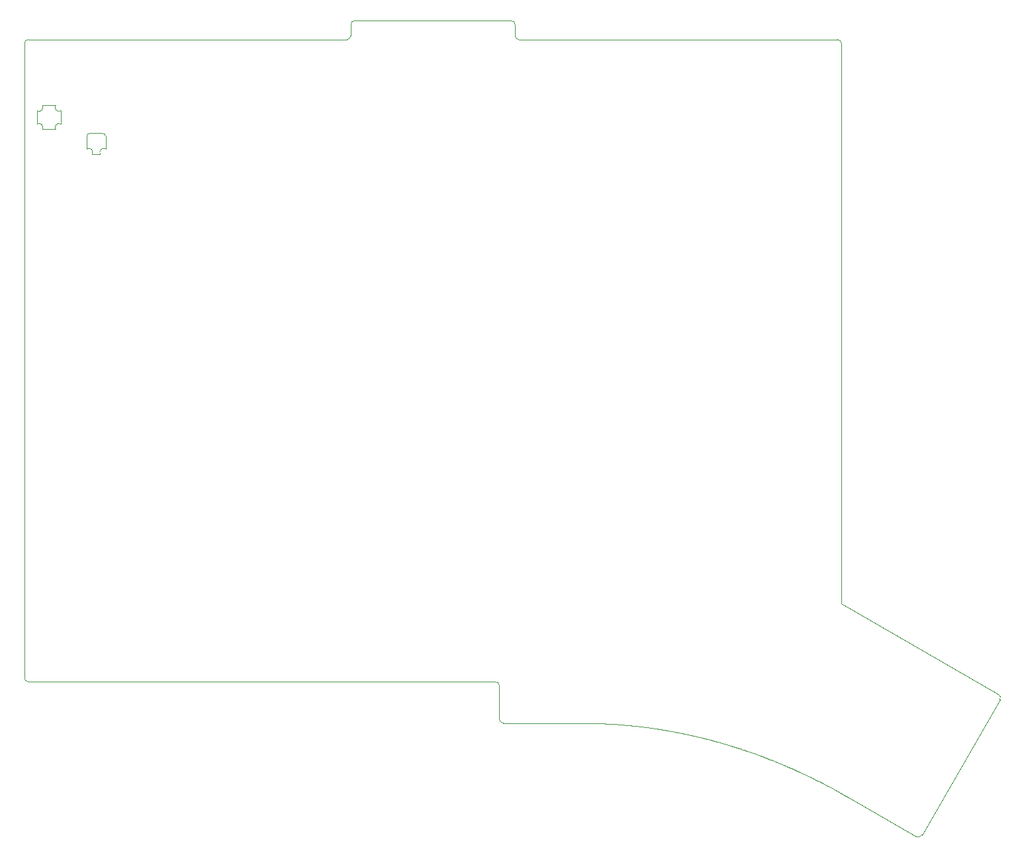
<source format=gbr>
%TF.GenerationSoftware,KiCad,Pcbnew,7.0.1*%
%TF.CreationDate,2024-02-26T07:25:15-05:00*%
%TF.ProjectId,pcb-left,7063622d-6c65-4667-942e-6b696361645f,0.3*%
%TF.SameCoordinates,Original*%
%TF.FileFunction,Profile,NP*%
%FSLAX46Y46*%
G04 Gerber Fmt 4.6, Leading zero omitted, Abs format (unit mm)*
G04 Created by KiCad (PCBNEW 7.0.1) date 2024-02-26 07:25:15*
%MOMM*%
%LPD*%
G01*
G04 APERTURE LIST*
%TA.AperFunction,Profile*%
%ADD10C,0.020000*%
%TD*%
%ADD11C,0.020000*%
%TA.AperFunction,Profile*%
%ADD12C,0.120000*%
%TD*%
G04 APERTURE END LIST*
D10*
X143197303Y-132821820D02*
X151857557Y-137821820D01*
X80022303Y-33428553D02*
X100022303Y-33428553D01*
D11*
X136767751Y-129505007D02*
X136829031Y-129533012D01*
X136890531Y-129561187D01*
X136952489Y-129589651D01*
X137015139Y-129618523D01*
X137078718Y-129647924D01*
X137143461Y-129677973D01*
X137209605Y-129708791D01*
X137277386Y-129740497D01*
X137347038Y-129773211D01*
X137418799Y-129807054D01*
X137492904Y-129842145D01*
X137569590Y-129878604D01*
X137649091Y-129916551D01*
X137731645Y-129956106D01*
X137817486Y-129997388D01*
X137906852Y-130040519D01*
X137999977Y-130085617D01*
X138097098Y-130132802D01*
X138198450Y-130182195D01*
X138304271Y-130233916D01*
X138414795Y-130288084D01*
X138530258Y-130344819D01*
X138650897Y-130404241D01*
X138776947Y-130466470D01*
X138908645Y-130531627D01*
X139046226Y-130599830D01*
X139189926Y-130671200D01*
X139339981Y-130745857D01*
X139496628Y-130823921D01*
X139660101Y-130905511D01*
X139830637Y-130990748D01*
X140008473Y-131079752D01*
X112655078Y-123407094D02*
X112722825Y-123411000D01*
X112790821Y-123414993D01*
X112859328Y-123419103D01*
X112928607Y-123423357D01*
X112998920Y-123427782D01*
X113070529Y-123432408D01*
X113143695Y-123437261D01*
X113218680Y-123442370D01*
X113295746Y-123447763D01*
X113375155Y-123453468D01*
X113457167Y-123459513D01*
X113542046Y-123465926D01*
X113630051Y-123472735D01*
X113721446Y-123479968D01*
X113816492Y-123487652D01*
X113915451Y-123495817D01*
X114018583Y-123504490D01*
X114126151Y-123513699D01*
X114238417Y-123523471D01*
X114355643Y-123533836D01*
X114478089Y-123544821D01*
X114606017Y-123556454D01*
X114739690Y-123568763D01*
X114879369Y-123581776D01*
X115025316Y-123595521D01*
X115177792Y-123610026D01*
X115337059Y-123625320D01*
X115503378Y-123641429D01*
X115677012Y-123658383D01*
X115858222Y-123676209D01*
X116047270Y-123694934D01*
X116244418Y-123714589D01*
D10*
X38272303Y-35853553D02*
X79022303Y-35853553D01*
D11*
X116244418Y-123714589D02*
X116311340Y-123722262D01*
X116378508Y-123730037D01*
X116446180Y-123737953D01*
X116514614Y-123746054D01*
X116584068Y-123754382D01*
X116654800Y-123762979D01*
X116727070Y-123771888D01*
X116801135Y-123781151D01*
X116877254Y-123790809D01*
X116955685Y-123800906D01*
X117036686Y-123811483D01*
X117120516Y-123822584D01*
X117207433Y-123834249D01*
X117297695Y-123846522D01*
X117391562Y-123859445D01*
X117489290Y-123873059D01*
X117591139Y-123887408D01*
X117697367Y-123902534D01*
X117808232Y-123918478D01*
X117923993Y-123935283D01*
X118044907Y-123952992D01*
X118171234Y-123971646D01*
X118303231Y-123991288D01*
X118441157Y-124011961D01*
X118585271Y-124033706D01*
X118735830Y-124056565D01*
X118893093Y-124080582D01*
X119057319Y-124105798D01*
X119228765Y-124132256D01*
X119407690Y-124159997D01*
X119594353Y-124189065D01*
X119789012Y-124219501D01*
D10*
X100522247Y-33928553D02*
G75*
G03*
X100022303Y-33428553I-499847J153D01*
G01*
D11*
X123286630Y-124915409D02*
X123351787Y-124930252D01*
X123417182Y-124945220D01*
X123483064Y-124960382D01*
X123549685Y-124975807D01*
X123617296Y-124991565D01*
X123686148Y-125007725D01*
X123756493Y-125024357D01*
X123828580Y-125041531D01*
X123902663Y-125059316D01*
X123978990Y-125077782D01*
X124057815Y-125096999D01*
X124139388Y-125117035D01*
X124223959Y-125137962D01*
X124311781Y-125159847D01*
X124403104Y-125182762D01*
X124498179Y-125206775D01*
X124597258Y-125231956D01*
X124700592Y-125258375D01*
X124808431Y-125286101D01*
X124921027Y-125315204D01*
X125038632Y-125345754D01*
X125161496Y-125377819D01*
X125289870Y-125411471D01*
X125424005Y-125446778D01*
X125564153Y-125483809D01*
X125710565Y-125522636D01*
X125863492Y-125563326D01*
X126023184Y-125605950D01*
X126189894Y-125650578D01*
X126363872Y-125697278D01*
X126545370Y-125746121D01*
X126734638Y-125797177D01*
D10*
X100522247Y-35353553D02*
G75*
G03*
X101022303Y-35853553I500153J153D01*
G01*
X38272303Y-35853603D02*
G75*
G03*
X37772303Y-36353553I-3J-499997D01*
G01*
X79522303Y-33928553D02*
X79522303Y-35353553D01*
X37772247Y-117528553D02*
G75*
G03*
X38272303Y-118028553I500153J153D01*
G01*
X101022303Y-35853553D02*
X141772303Y-35853553D01*
D11*
X140008473Y-131079752D02*
X140068782Y-131110890D01*
X140129308Y-131142211D01*
X140190283Y-131173844D01*
X140251939Y-131205923D01*
X140314509Y-131238580D01*
X140378224Y-131271947D01*
X140443316Y-131306156D01*
X140510019Y-131341340D01*
X140578563Y-131377630D01*
X140649181Y-131415160D01*
X140722105Y-131454060D01*
X140797567Y-131494463D01*
X140875800Y-131536502D01*
X140957035Y-131580309D01*
X141041504Y-131626016D01*
X141129440Y-131673754D01*
X141221075Y-131723657D01*
X141316641Y-131775857D01*
X141416370Y-131830485D01*
X141520494Y-131887674D01*
X141629246Y-131947556D01*
X141742857Y-132010264D01*
X141861559Y-132075929D01*
X141985585Y-132144684D01*
X142115167Y-132216661D01*
X142250537Y-132291992D01*
X142391927Y-132370809D01*
X142539569Y-132453245D01*
X142693696Y-132539432D01*
X142854539Y-132629502D01*
X143022330Y-132723587D01*
X143197303Y-132821820D01*
X130131044Y-126859880D02*
X130194270Y-126881506D01*
X130257725Y-126903279D01*
X130321652Y-126925294D01*
X130386293Y-126947647D01*
X130451894Y-126970432D01*
X130518697Y-126993745D01*
X130586946Y-127017681D01*
X130656884Y-127042336D01*
X130728755Y-127067805D01*
X130802802Y-127094183D01*
X130879269Y-127121566D01*
X130958399Y-127150049D01*
X131040437Y-127179727D01*
X131125624Y-127210696D01*
X131214206Y-127243051D01*
X131306425Y-127276887D01*
X131402525Y-127312300D01*
X131502749Y-127349386D01*
X131607342Y-127388238D01*
X131716546Y-127428954D01*
X131830605Y-127471628D01*
X131949762Y-127516355D01*
X132074262Y-127563231D01*
X132204347Y-127612351D01*
X132340261Y-127663811D01*
X132482248Y-127717705D01*
X132630550Y-127774130D01*
X132785413Y-127833180D01*
X132947078Y-127894951D01*
X133115790Y-127959539D01*
X133291793Y-128027038D01*
X133475329Y-128097544D01*
D10*
X162540553Y-120318289D02*
G75*
G03*
X162357557Y-119635287I-433053J249989D01*
G01*
D11*
X126734638Y-125797177D02*
X126798841Y-125815463D01*
X126863278Y-125833886D01*
X126928193Y-125852527D01*
X126993835Y-125871470D01*
X127060452Y-125890796D01*
X127128290Y-125910589D01*
X127197597Y-125930931D01*
X127268620Y-125951905D01*
X127341606Y-125973593D01*
X127416803Y-125996079D01*
X127494458Y-126019445D01*
X127574819Y-126043774D01*
X127658132Y-126069148D01*
X127744645Y-126095650D01*
X127834606Y-126123363D01*
X127928262Y-126152370D01*
X128025859Y-126182753D01*
X128127646Y-126214595D01*
X128233869Y-126247978D01*
X128344777Y-126282986D01*
X128460615Y-126319701D01*
X128581633Y-126358205D01*
X128708076Y-126398582D01*
X128840193Y-126440914D01*
X128978230Y-126485284D01*
X129122435Y-126531775D01*
X129273056Y-126580468D01*
X129430339Y-126631448D01*
X129594532Y-126684796D01*
X129765882Y-126740596D01*
X129944637Y-126798929D01*
X130131044Y-126859880D01*
D10*
X99022303Y-123303553D02*
X109022303Y-123303553D01*
X98522247Y-118528553D02*
G75*
G03*
X98022303Y-118028553I-499847J153D01*
G01*
X100522303Y-33928553D02*
X100522303Y-35353553D01*
X98522303Y-118528553D02*
X98522303Y-122803553D01*
X162357557Y-119635286D02*
X142272303Y-108039059D01*
X152540570Y-137638807D02*
X162540570Y-120318299D01*
X80022303Y-33428603D02*
G75*
G03*
X79522303Y-33928553I-3J-499997D01*
G01*
X142272247Y-36353553D02*
G75*
G03*
X141772303Y-35853553I-499847J153D01*
G01*
X98522247Y-122803553D02*
G75*
G03*
X99022303Y-123303553I500153J153D01*
G01*
X151857570Y-137821798D02*
G75*
G03*
X152540570Y-137638807I250030J432898D01*
G01*
X37772303Y-36353553D02*
X37772303Y-117528553D01*
D11*
X133475329Y-128097544D02*
X133537579Y-128122397D01*
X133600054Y-128147408D01*
X133662993Y-128172684D01*
X133726637Y-128198332D01*
X133791223Y-128224461D01*
X133856994Y-128251178D01*
X133924187Y-128278591D01*
X133993044Y-128306807D01*
X134063803Y-128335934D01*
X134136704Y-128366081D01*
X134211988Y-128397353D01*
X134289893Y-128429860D01*
X134370660Y-128463709D01*
X134454528Y-128499007D01*
X134541737Y-128535863D01*
X134632526Y-128574383D01*
X134727136Y-128614676D01*
X134825807Y-128656849D01*
X134928777Y-128701011D01*
X135036286Y-128747268D01*
X135148575Y-128795728D01*
X135265883Y-128846499D01*
X135388450Y-128899689D01*
X135516515Y-128955405D01*
X135650319Y-129013755D01*
X135790100Y-129074847D01*
X135936099Y-129138789D01*
X136088556Y-129205688D01*
X136247710Y-129275651D01*
X136413800Y-129348787D01*
X136587067Y-129425203D01*
X136767751Y-129505007D01*
D10*
X142272303Y-36353553D02*
X142272303Y-108039059D01*
D11*
X119789012Y-124219501D02*
X119855076Y-124230814D01*
X119921382Y-124242239D01*
X119988183Y-124253832D01*
X120055735Y-124265649D01*
X120124293Y-124277747D01*
X120194111Y-124290181D01*
X120265445Y-124303008D01*
X120338548Y-124316284D01*
X120413677Y-124330064D01*
X120491085Y-124344406D01*
X120571028Y-124359364D01*
X120653760Y-124374996D01*
X120739536Y-124391357D01*
X120828612Y-124408503D01*
X120921241Y-124426491D01*
X121017680Y-124445376D01*
X121118182Y-124465215D01*
X121223002Y-124486064D01*
X121332396Y-124507979D01*
X121446617Y-124531016D01*
X121565922Y-124555232D01*
X121690564Y-124580681D01*
X121820799Y-124607421D01*
X121956882Y-124635508D01*
X122099066Y-124664997D01*
X122247608Y-124695945D01*
X122402762Y-124728408D01*
X122564783Y-124762441D01*
X122733925Y-124798102D01*
X122910444Y-124835446D01*
X123094593Y-124874530D01*
X123286630Y-124915409D01*
X109022303Y-123303553D02*
X109090858Y-123303585D01*
X109159667Y-123303692D01*
X109228992Y-123303886D01*
X109299100Y-123304181D01*
X109370254Y-123304589D01*
X109442721Y-123305125D01*
X109516764Y-123305801D01*
X109592648Y-123306631D01*
X109670640Y-123307628D01*
X109751002Y-123308804D01*
X109834001Y-123310175D01*
X109919901Y-123311751D01*
X110008967Y-123313548D01*
X110101464Y-123315578D01*
X110197657Y-123317854D01*
X110297811Y-123320390D01*
X110402190Y-123323199D01*
X110511060Y-123326294D01*
X110624685Y-123329689D01*
X110743331Y-123333396D01*
X110867261Y-123337429D01*
X110996742Y-123341801D01*
X111132038Y-123346526D01*
X111273413Y-123351616D01*
X111421133Y-123357085D01*
X111575463Y-123362947D01*
X111736667Y-123369213D01*
X111905011Y-123375899D01*
X112080759Y-123383017D01*
X112264176Y-123390579D01*
X112455527Y-123398601D01*
X112655078Y-123407094D01*
D10*
X79022303Y-35853603D02*
G75*
G03*
X79522303Y-35353553I-3J500003D01*
G01*
X38272303Y-118028553D02*
X98022303Y-118028553D01*
D12*
%TO.C,U1*%
X47466825Y-50524000D02*
X46425425Y-50524000D01*
X45739625Y-49838200D02*
X45739625Y-48238000D01*
X48152625Y-48238000D02*
X48152625Y-49838200D01*
X46120625Y-47857000D02*
X47771625Y-47857000D01*
X41751825Y-47349000D02*
X40075425Y-47349000D01*
X39389625Y-46663200D02*
X39389625Y-44986800D01*
X42437625Y-46663200D02*
X42437625Y-44986800D01*
X41751825Y-44301000D02*
X40075425Y-44301000D01*
X48152625Y-49838200D02*
G75*
G03*
X47466825Y-50524000I-247753J-438047D01*
G01*
X46425425Y-50524000D02*
G75*
G03*
X45739625Y-49838200I-438047J247753D01*
G01*
X46120625Y-47857000D02*
G75*
G03*
X45739625Y-48238000I-1J-380999D01*
G01*
X48152625Y-48238000D02*
G75*
G03*
X47771625Y-47857000I-380999J1D01*
G01*
X42437625Y-46663200D02*
G75*
G03*
X41751825Y-47349000I-247753J-438047D01*
G01*
X40075425Y-47349000D02*
G75*
G03*
X39389625Y-46663200I-438047J247753D01*
G01*
X41751825Y-44301000D02*
G75*
G03*
X42437625Y-44986800I438047J-247753D01*
G01*
X39389625Y-44986800D02*
G75*
G03*
X40075425Y-44301000I247750J438050D01*
G01*
%TD*%
M02*

</source>
